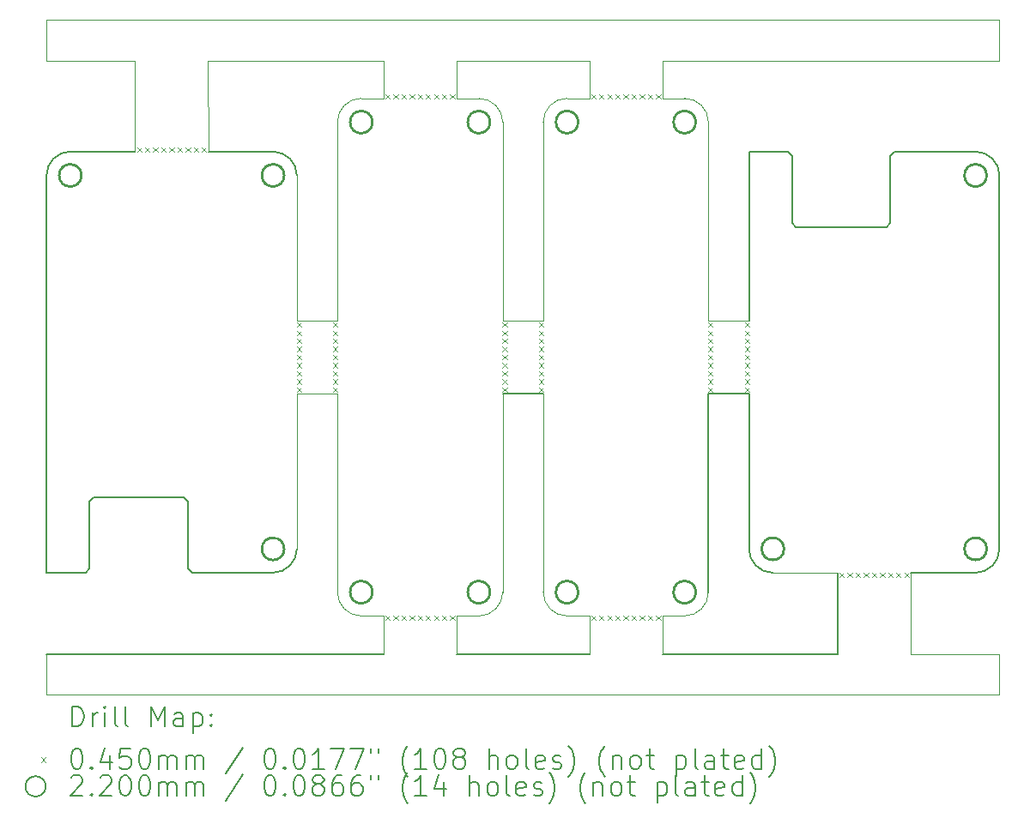
<source format=gbr>
%TF.GenerationSoftware,KiCad,Pcbnew,7.0.5*%
%TF.CreationDate,2024-01-10T23:57:24+08:00*%
%TF.ProjectId,4th,3474682e-6b69-4636-9164-5f7063625858,rev?*%
%TF.SameCoordinates,Original*%
%TF.FileFunction,Drillmap*%
%TF.FilePolarity,Positive*%
%FSLAX45Y45*%
G04 Gerber Fmt 4.5, Leading zero omitted, Abs format (unit mm)*
G04 Created by KiCad (PCBNEW 7.0.5) date 2024-01-10 23:57:24*
%MOMM*%
%LPD*%
G01*
G04 APERTURE LIST*
%ADD10C,0.100000*%
%ADD11C,0.150000*%
%ADD12C,0.200000*%
%ADD13C,0.045000*%
%ADD14C,0.220000*%
G04 APERTURE END LIST*
D10*
X6945000Y-6338500D02*
X6945000Y-8299000D01*
X4040000Y-3049000D02*
X5770000Y-3049000D01*
D11*
X9375000Y-3949000D02*
X9375006Y-5618500D01*
X10250000Y-8107030D02*
X10250000Y-8908000D01*
D10*
X4040047Y-3949000D02*
X4040000Y-3049000D01*
D11*
X10809500Y-3949000D02*
X11610000Y-3949000D01*
X4680024Y-8107000D02*
X3879524Y-8107000D01*
D10*
X6945000Y-3658000D02*
X6945000Y-5618500D01*
X5770000Y-3423000D02*
X5770000Y-3049000D01*
D11*
X8975030Y-6338500D02*
X8975030Y-8298970D01*
X3799524Y-7362000D02*
X2909524Y-7362000D01*
X10809500Y-3949000D02*
X10769500Y-3989000D01*
X2680024Y-3949004D02*
G75*
G03*
X2445024Y-4184000I-4J-234996D01*
G01*
X6490000Y-8908000D02*
X7800000Y-8907970D01*
X2869524Y-8067000D02*
X2829524Y-8107000D01*
D10*
X5770000Y-8908000D02*
X5770000Y-8534000D01*
X4915024Y-5618500D02*
X5315000Y-5618500D01*
D11*
X2680024Y-3949000D02*
X3320000Y-3949000D01*
X2445024Y-8107000D02*
X2445024Y-4184000D01*
D10*
X6490000Y-3422970D02*
X6490000Y-3049000D01*
D11*
X3839524Y-8067000D02*
X3839524Y-7402000D01*
X9759500Y-3949000D02*
X9375000Y-3949000D01*
D10*
X5550000Y-8534000D02*
X5770000Y-8534000D01*
X8520000Y-3049000D02*
X11845000Y-3049000D01*
X8975030Y-3657970D02*
X8975030Y-5618500D01*
D11*
X7345030Y-6338500D02*
X6945000Y-6338500D01*
D10*
X6490000Y-8534000D02*
X6710000Y-8534000D01*
X6710000Y-8534000D02*
G75*
G03*
X6945000Y-8299000I0J235000D01*
G01*
X4915024Y-4184000D02*
X4915024Y-5618500D01*
D11*
X2445024Y-8908000D02*
X5770000Y-8908000D01*
D10*
X6945000Y-3658000D02*
G75*
G03*
X6710000Y-3423000I-235000J0D01*
G01*
X8520000Y-3422970D02*
X8740030Y-3422970D01*
X7345030Y-6338500D02*
X7345030Y-8298970D01*
X2445024Y-2649000D02*
X11845000Y-2649000D01*
X4915024Y-7872000D02*
X4915024Y-6338500D01*
D11*
X9799500Y-4654000D02*
X9799500Y-3989000D01*
D10*
X7345030Y-8298970D02*
G75*
G03*
X7580030Y-8533970I235000J0D01*
G01*
D11*
X11845000Y-4184000D02*
G75*
G03*
X11610000Y-3949000I-235000J0D01*
G01*
D10*
X7580030Y-3422970D02*
G75*
G03*
X7345030Y-3657970I0J-235000D01*
G01*
X8740030Y-8533970D02*
G75*
G03*
X8975030Y-8298970I0J235000D01*
G01*
X8520000Y-3422970D02*
X8520000Y-3049000D01*
X7800000Y-3422970D02*
X7800000Y-3049000D01*
X6490000Y-3422970D02*
X6710000Y-3423000D01*
D11*
X3839524Y-8067000D02*
X3879524Y-8107000D01*
D10*
X11845000Y-8908000D02*
X11845000Y-9308000D01*
X11845000Y-2649000D02*
X11845000Y-3049000D01*
D11*
X2869524Y-8067000D02*
X2869524Y-7402000D01*
D10*
X5315000Y-5618500D02*
X5315000Y-3658000D01*
D11*
X3839524Y-7402000D02*
X3799524Y-7362000D01*
D10*
X2445024Y-2649000D02*
X2445024Y-3049000D01*
D11*
X9375006Y-6338500D02*
X9375000Y-7872000D01*
X11845000Y-4184000D02*
X11845000Y-7872000D01*
D10*
X7800000Y-3049000D02*
X6490000Y-3049000D01*
D11*
X9839500Y-4694000D02*
X10729500Y-4694000D01*
X10729500Y-4694000D02*
X10769500Y-4654000D01*
D10*
X9610000Y-8107000D02*
X10250000Y-8107030D01*
D11*
X4680024Y-8107004D02*
G75*
G03*
X4915024Y-7872000I-4J235004D01*
G01*
D10*
X4915024Y-6338500D02*
X5315000Y-6338500D01*
X3320000Y-3949000D02*
X3320000Y-3049000D01*
X5550000Y-3423000D02*
X5770000Y-3423000D01*
D11*
X9375000Y-7872000D02*
G75*
G03*
X9610000Y-8107000I235000J0D01*
G01*
D10*
X8520000Y-8908000D02*
X8520000Y-8534000D01*
D11*
X10769500Y-4654000D02*
X10769500Y-3989000D01*
D10*
X2445024Y-9308000D02*
X11845000Y-9308000D01*
D11*
X11610000Y-8107000D02*
G75*
G03*
X11845000Y-7872000I0J235000D01*
G01*
X9759500Y-3949000D02*
X9799500Y-3989000D01*
X2445024Y-8107000D02*
X2829524Y-8107000D01*
D10*
X8975030Y-3657970D02*
G75*
G03*
X8740030Y-3422970I-235000J0D01*
G01*
X5315000Y-8299000D02*
G75*
G03*
X5550000Y-8534000I235000J0D01*
G01*
X2445024Y-3049000D02*
X3320000Y-3049000D01*
D11*
X9375006Y-6338500D02*
X8975030Y-6338500D01*
X2869524Y-7402000D02*
X2909524Y-7362000D01*
D10*
X5550000Y-3423000D02*
G75*
G03*
X5315000Y-3658000I0J-235000D01*
G01*
X7345030Y-5618500D02*
X7345030Y-3657970D01*
X2445024Y-8908000D02*
X2445024Y-9308000D01*
X5315000Y-8299000D02*
X5315000Y-6338500D01*
X6945000Y-5618500D02*
X7345030Y-5618500D01*
D11*
X10250000Y-8908000D02*
X8520000Y-8908000D01*
D10*
X7800000Y-8907970D02*
X7800000Y-8533970D01*
X6490000Y-8908000D02*
X6490000Y-8534000D01*
X7800000Y-3422970D02*
X7580030Y-3422970D01*
D11*
X4040047Y-3949000D02*
X4680024Y-3949000D01*
D10*
X8975030Y-5618500D02*
X9375006Y-5618500D01*
X7800000Y-8533970D02*
X7580030Y-8533970D01*
X10970000Y-8908000D02*
X11845000Y-8908000D01*
D11*
X4915020Y-4184000D02*
G75*
G03*
X4680024Y-3949000I-235000J0D01*
G01*
D10*
X8520000Y-8534000D02*
X8740030Y-8533970D01*
X10970000Y-8908000D02*
X10970000Y-8107030D01*
D11*
X11610000Y-8107000D02*
X10970000Y-8107030D01*
X9839500Y-4694000D02*
X9799500Y-4654000D01*
D12*
D13*
X3337500Y-3906500D02*
X3382500Y-3951500D01*
X3382500Y-3906500D02*
X3337500Y-3951500D01*
X3417500Y-3906500D02*
X3462500Y-3951500D01*
X3462500Y-3906500D02*
X3417500Y-3951500D01*
X3497500Y-3906500D02*
X3542500Y-3951500D01*
X3542500Y-3906500D02*
X3497500Y-3951500D01*
X3577500Y-3906500D02*
X3622500Y-3951500D01*
X3622500Y-3906500D02*
X3577500Y-3951500D01*
X3657500Y-3906500D02*
X3702500Y-3951500D01*
X3702500Y-3906500D02*
X3657500Y-3951500D01*
X3737500Y-3906500D02*
X3782500Y-3951500D01*
X3782500Y-3906500D02*
X3737500Y-3951500D01*
X3817500Y-3906500D02*
X3862500Y-3951500D01*
X3862500Y-3906500D02*
X3817500Y-3951500D01*
X3897500Y-3906500D02*
X3942500Y-3951500D01*
X3942500Y-3906500D02*
X3897500Y-3951500D01*
X3977500Y-3906500D02*
X4022500Y-3951500D01*
X4022500Y-3906500D02*
X3977500Y-3951500D01*
X4912500Y-5636000D02*
X4957500Y-5681000D01*
X4957500Y-5636000D02*
X4912500Y-5681000D01*
X4912500Y-5716000D02*
X4957500Y-5761000D01*
X4957500Y-5716000D02*
X4912500Y-5761000D01*
X4912500Y-5796000D02*
X4957500Y-5841000D01*
X4957500Y-5796000D02*
X4912500Y-5841000D01*
X4912500Y-5876000D02*
X4957500Y-5921000D01*
X4957500Y-5876000D02*
X4912500Y-5921000D01*
X4912500Y-5956000D02*
X4957500Y-6001000D01*
X4957500Y-5956000D02*
X4912500Y-6001000D01*
X4912500Y-6036000D02*
X4957500Y-6081000D01*
X4957500Y-6036000D02*
X4912500Y-6081000D01*
X4912500Y-6116000D02*
X4957500Y-6161000D01*
X4957500Y-6116000D02*
X4912500Y-6161000D01*
X4912500Y-6196000D02*
X4957500Y-6241000D01*
X4957500Y-6196000D02*
X4912500Y-6241000D01*
X4912500Y-6276000D02*
X4957500Y-6321000D01*
X4957500Y-6276000D02*
X4912500Y-6321000D01*
X5272500Y-5636000D02*
X5317500Y-5681000D01*
X5317500Y-5636000D02*
X5272500Y-5681000D01*
X5272500Y-5716000D02*
X5317500Y-5761000D01*
X5317500Y-5716000D02*
X5272500Y-5761000D01*
X5272500Y-5796000D02*
X5317500Y-5841000D01*
X5317500Y-5796000D02*
X5272500Y-5841000D01*
X5272500Y-5876000D02*
X5317500Y-5921000D01*
X5317500Y-5876000D02*
X5272500Y-5921000D01*
X5272500Y-5956000D02*
X5317500Y-6001000D01*
X5317500Y-5956000D02*
X5272500Y-6001000D01*
X5272500Y-6036000D02*
X5317500Y-6081000D01*
X5317500Y-6036000D02*
X5272500Y-6081000D01*
X5272500Y-6116000D02*
X5317500Y-6161000D01*
X5317500Y-6116000D02*
X5272500Y-6161000D01*
X5272500Y-6196000D02*
X5317500Y-6241000D01*
X5317500Y-6196000D02*
X5272500Y-6241000D01*
X5272500Y-6276000D02*
X5317500Y-6321000D01*
X5317500Y-6276000D02*
X5272500Y-6321000D01*
X5787500Y-3380500D02*
X5832500Y-3425500D01*
X5832500Y-3380500D02*
X5787500Y-3425500D01*
X5787500Y-8531500D02*
X5832500Y-8576500D01*
X5832500Y-8531500D02*
X5787500Y-8576500D01*
X5867500Y-3380500D02*
X5912500Y-3425500D01*
X5912500Y-3380500D02*
X5867500Y-3425500D01*
X5867500Y-8531500D02*
X5912500Y-8576500D01*
X5912500Y-8531500D02*
X5867500Y-8576500D01*
X5947500Y-3380500D02*
X5992500Y-3425500D01*
X5992500Y-3380500D02*
X5947500Y-3425500D01*
X5947500Y-8531500D02*
X5992500Y-8576500D01*
X5992500Y-8531500D02*
X5947500Y-8576500D01*
X6027500Y-3380500D02*
X6072500Y-3425500D01*
X6072500Y-3380500D02*
X6027500Y-3425500D01*
X6027500Y-8531500D02*
X6072500Y-8576500D01*
X6072500Y-8531500D02*
X6027500Y-8576500D01*
X6107500Y-3380500D02*
X6152500Y-3425500D01*
X6152500Y-3380500D02*
X6107500Y-3425500D01*
X6107500Y-8531500D02*
X6152500Y-8576500D01*
X6152500Y-8531500D02*
X6107500Y-8576500D01*
X6187500Y-3380500D02*
X6232500Y-3425500D01*
X6232500Y-3380500D02*
X6187500Y-3425500D01*
X6187500Y-8531500D02*
X6232500Y-8576500D01*
X6232500Y-8531500D02*
X6187500Y-8576500D01*
X6267500Y-3380500D02*
X6312500Y-3425500D01*
X6312500Y-3380500D02*
X6267500Y-3425500D01*
X6267500Y-8531500D02*
X6312500Y-8576500D01*
X6312500Y-8531500D02*
X6267500Y-8576500D01*
X6347500Y-3380500D02*
X6392500Y-3425500D01*
X6392500Y-3380500D02*
X6347500Y-3425500D01*
X6347500Y-8531500D02*
X6392500Y-8576500D01*
X6392500Y-8531500D02*
X6347500Y-8576500D01*
X6427500Y-3380500D02*
X6472500Y-3425500D01*
X6472500Y-3380500D02*
X6427500Y-3425500D01*
X6427500Y-8531500D02*
X6472500Y-8576500D01*
X6472500Y-8531500D02*
X6427500Y-8576500D01*
X6942500Y-5636000D02*
X6987500Y-5681000D01*
X6987500Y-5636000D02*
X6942500Y-5681000D01*
X6942500Y-5716000D02*
X6987500Y-5761000D01*
X6987500Y-5716000D02*
X6942500Y-5761000D01*
X6942500Y-5796000D02*
X6987500Y-5841000D01*
X6987500Y-5796000D02*
X6942500Y-5841000D01*
X6942500Y-5876000D02*
X6987500Y-5921000D01*
X6987500Y-5876000D02*
X6942500Y-5921000D01*
X6942500Y-5956000D02*
X6987500Y-6001000D01*
X6987500Y-5956000D02*
X6942500Y-6001000D01*
X6942500Y-6036000D02*
X6987500Y-6081000D01*
X6987500Y-6036000D02*
X6942500Y-6081000D01*
X6942500Y-6116000D02*
X6987500Y-6161000D01*
X6987500Y-6116000D02*
X6942500Y-6161000D01*
X6942500Y-6196000D02*
X6987500Y-6241000D01*
X6987500Y-6196000D02*
X6942500Y-6241000D01*
X6942500Y-6276000D02*
X6987500Y-6321000D01*
X6987500Y-6276000D02*
X6942500Y-6321000D01*
X7302500Y-5636000D02*
X7347500Y-5681000D01*
X7347500Y-5636000D02*
X7302500Y-5681000D01*
X7302500Y-5716000D02*
X7347500Y-5761000D01*
X7347500Y-5716000D02*
X7302500Y-5761000D01*
X7302500Y-5796000D02*
X7347500Y-5841000D01*
X7347500Y-5796000D02*
X7302500Y-5841000D01*
X7302500Y-5876000D02*
X7347500Y-5921000D01*
X7347500Y-5876000D02*
X7302500Y-5921000D01*
X7302500Y-5956000D02*
X7347500Y-6001000D01*
X7347500Y-5956000D02*
X7302500Y-6001000D01*
X7302500Y-6036000D02*
X7347500Y-6081000D01*
X7347500Y-6036000D02*
X7302500Y-6081000D01*
X7302500Y-6116000D02*
X7347500Y-6161000D01*
X7347500Y-6116000D02*
X7302500Y-6161000D01*
X7302500Y-6196000D02*
X7347500Y-6241000D01*
X7347500Y-6196000D02*
X7302500Y-6241000D01*
X7302500Y-6276000D02*
X7347500Y-6321000D01*
X7347500Y-6276000D02*
X7302500Y-6321000D01*
X7817500Y-3380500D02*
X7862500Y-3425500D01*
X7862500Y-3380500D02*
X7817500Y-3425500D01*
X7817500Y-8531500D02*
X7862500Y-8576500D01*
X7862500Y-8531500D02*
X7817500Y-8576500D01*
X7897500Y-3380500D02*
X7942500Y-3425500D01*
X7942500Y-3380500D02*
X7897500Y-3425500D01*
X7897500Y-8531500D02*
X7942500Y-8576500D01*
X7942500Y-8531500D02*
X7897500Y-8576500D01*
X7977500Y-3380500D02*
X8022500Y-3425500D01*
X8022500Y-3380500D02*
X7977500Y-3425500D01*
X7977500Y-8531500D02*
X8022500Y-8576500D01*
X8022500Y-8531500D02*
X7977500Y-8576500D01*
X8057500Y-3380500D02*
X8102500Y-3425500D01*
X8102500Y-3380500D02*
X8057500Y-3425500D01*
X8057500Y-8531500D02*
X8102500Y-8576500D01*
X8102500Y-8531500D02*
X8057500Y-8576500D01*
X8137500Y-3380500D02*
X8182500Y-3425500D01*
X8182500Y-3380500D02*
X8137500Y-3425500D01*
X8137500Y-8531500D02*
X8182500Y-8576500D01*
X8182500Y-8531500D02*
X8137500Y-8576500D01*
X8217500Y-3380500D02*
X8262500Y-3425500D01*
X8262500Y-3380500D02*
X8217500Y-3425500D01*
X8217500Y-8531500D02*
X8262500Y-8576500D01*
X8262500Y-8531500D02*
X8217500Y-8576500D01*
X8297500Y-3380500D02*
X8342500Y-3425500D01*
X8342500Y-3380500D02*
X8297500Y-3425500D01*
X8297500Y-8531500D02*
X8342500Y-8576500D01*
X8342500Y-8531500D02*
X8297500Y-8576500D01*
X8377500Y-3380500D02*
X8422500Y-3425500D01*
X8422500Y-3380500D02*
X8377500Y-3425500D01*
X8377500Y-8531500D02*
X8422500Y-8576500D01*
X8422500Y-8531500D02*
X8377500Y-8576500D01*
X8457500Y-3380500D02*
X8502500Y-3425500D01*
X8502500Y-3380500D02*
X8457500Y-3425500D01*
X8457500Y-8531500D02*
X8502500Y-8576500D01*
X8502500Y-8531500D02*
X8457500Y-8576500D01*
X8972500Y-5636000D02*
X9017500Y-5681000D01*
X9017500Y-5636000D02*
X8972500Y-5681000D01*
X8972500Y-5716000D02*
X9017500Y-5761000D01*
X9017500Y-5716000D02*
X8972500Y-5761000D01*
X8972500Y-5796000D02*
X9017500Y-5841000D01*
X9017500Y-5796000D02*
X8972500Y-5841000D01*
X8972500Y-5876000D02*
X9017500Y-5921000D01*
X9017500Y-5876000D02*
X8972500Y-5921000D01*
X8972500Y-5956000D02*
X9017500Y-6001000D01*
X9017500Y-5956000D02*
X8972500Y-6001000D01*
X8972500Y-6036000D02*
X9017500Y-6081000D01*
X9017500Y-6036000D02*
X8972500Y-6081000D01*
X8972500Y-6116000D02*
X9017500Y-6161000D01*
X9017500Y-6116000D02*
X8972500Y-6161000D01*
X8972500Y-6196000D02*
X9017500Y-6241000D01*
X9017500Y-6196000D02*
X8972500Y-6241000D01*
X8972500Y-6276000D02*
X9017500Y-6321000D01*
X9017500Y-6276000D02*
X8972500Y-6321000D01*
X9332500Y-5636000D02*
X9377500Y-5681000D01*
X9377500Y-5636000D02*
X9332500Y-5681000D01*
X9332500Y-5716000D02*
X9377500Y-5761000D01*
X9377500Y-5716000D02*
X9332500Y-5761000D01*
X9332500Y-5796000D02*
X9377500Y-5841000D01*
X9377500Y-5796000D02*
X9332500Y-5841000D01*
X9332500Y-5876000D02*
X9377500Y-5921000D01*
X9377500Y-5876000D02*
X9332500Y-5921000D01*
X9332500Y-5956000D02*
X9377500Y-6001000D01*
X9377500Y-5956000D02*
X9332500Y-6001000D01*
X9332500Y-6036000D02*
X9377500Y-6081000D01*
X9377500Y-6036000D02*
X9332500Y-6081000D01*
X9332500Y-6116000D02*
X9377500Y-6161000D01*
X9377500Y-6116000D02*
X9332500Y-6161000D01*
X9332500Y-6196000D02*
X9377500Y-6241000D01*
X9377500Y-6196000D02*
X9332500Y-6241000D01*
X9332500Y-6276000D02*
X9377500Y-6321000D01*
X9377500Y-6276000D02*
X9332500Y-6321000D01*
X10267500Y-8104500D02*
X10312500Y-8149500D01*
X10312500Y-8104500D02*
X10267500Y-8149500D01*
X10347500Y-8104500D02*
X10392500Y-8149500D01*
X10392500Y-8104500D02*
X10347500Y-8149500D01*
X10427500Y-8104500D02*
X10472500Y-8149500D01*
X10472500Y-8104500D02*
X10427500Y-8149500D01*
X10507500Y-8104500D02*
X10552500Y-8149500D01*
X10552500Y-8104500D02*
X10507500Y-8149500D01*
X10587500Y-8104500D02*
X10632500Y-8149500D01*
X10632500Y-8104500D02*
X10587500Y-8149500D01*
X10667500Y-8104500D02*
X10712500Y-8149500D01*
X10712500Y-8104500D02*
X10667500Y-8149500D01*
X10747500Y-8104500D02*
X10792500Y-8149500D01*
X10792500Y-8104500D02*
X10747500Y-8149500D01*
X10827500Y-8104500D02*
X10872500Y-8149500D01*
X10872500Y-8104500D02*
X10827500Y-8149500D01*
X10907500Y-8104500D02*
X10952500Y-8149500D01*
X10952500Y-8104500D02*
X10907500Y-8149500D01*
D14*
X2790024Y-4184000D02*
G75*
G03*
X2790024Y-4184000I-110000J0D01*
G01*
X4790024Y-4184000D02*
G75*
G03*
X4790024Y-4184000I-110000J0D01*
G01*
X4790024Y-7872000D02*
G75*
G03*
X4790024Y-7872000I-110000J0D01*
G01*
X5660000Y-8299000D02*
G75*
G03*
X5660000Y-8299000I-110000J0D01*
G01*
X5660000Y-3658000D02*
G75*
G03*
X5660000Y-3658000I-110000J0D01*
G01*
X6820000Y-8299000D02*
G75*
G03*
X6820000Y-8299000I-110000J0D01*
G01*
X6820000Y-3658000D02*
G75*
G03*
X6820000Y-3658000I-110000J0D01*
G01*
X7690030Y-3657970D02*
G75*
G03*
X7690030Y-3657970I-110000J0D01*
G01*
X7690030Y-8298970D02*
G75*
G03*
X7690030Y-8298970I-110000J0D01*
G01*
X8850030Y-3657970D02*
G75*
G03*
X8850030Y-3657970I-110000J0D01*
G01*
X8850030Y-8298970D02*
G75*
G03*
X8850030Y-8298970I-110000J0D01*
G01*
X9720000Y-7872000D02*
G75*
G03*
X9720000Y-7872000I-110000J0D01*
G01*
X11720000Y-4184000D02*
G75*
G03*
X11720000Y-4184000I-110000J0D01*
G01*
X11720000Y-7872000D02*
G75*
G03*
X11720000Y-7872000I-110000J0D01*
G01*
D12*
X2698300Y-9624484D02*
X2698300Y-9424484D01*
X2698300Y-9424484D02*
X2745919Y-9424484D01*
X2745919Y-9424484D02*
X2774491Y-9434008D01*
X2774491Y-9434008D02*
X2793539Y-9453055D01*
X2793539Y-9453055D02*
X2803062Y-9472103D01*
X2803062Y-9472103D02*
X2812586Y-9510198D01*
X2812586Y-9510198D02*
X2812586Y-9538770D01*
X2812586Y-9538770D02*
X2803062Y-9576865D01*
X2803062Y-9576865D02*
X2793539Y-9595912D01*
X2793539Y-9595912D02*
X2774491Y-9614960D01*
X2774491Y-9614960D02*
X2745919Y-9624484D01*
X2745919Y-9624484D02*
X2698300Y-9624484D01*
X2898300Y-9624484D02*
X2898300Y-9491150D01*
X2898300Y-9529246D02*
X2907824Y-9510198D01*
X2907824Y-9510198D02*
X2917348Y-9500674D01*
X2917348Y-9500674D02*
X2936396Y-9491150D01*
X2936396Y-9491150D02*
X2955443Y-9491150D01*
X3022110Y-9624484D02*
X3022110Y-9491150D01*
X3022110Y-9424484D02*
X3012586Y-9434008D01*
X3012586Y-9434008D02*
X3022110Y-9443531D01*
X3022110Y-9443531D02*
X3031634Y-9434008D01*
X3031634Y-9434008D02*
X3022110Y-9424484D01*
X3022110Y-9424484D02*
X3022110Y-9443531D01*
X3145919Y-9624484D02*
X3126872Y-9614960D01*
X3126872Y-9614960D02*
X3117348Y-9595912D01*
X3117348Y-9595912D02*
X3117348Y-9424484D01*
X3250681Y-9624484D02*
X3231634Y-9614960D01*
X3231634Y-9614960D02*
X3222110Y-9595912D01*
X3222110Y-9595912D02*
X3222110Y-9424484D01*
X3479253Y-9624484D02*
X3479253Y-9424484D01*
X3479253Y-9424484D02*
X3545919Y-9567341D01*
X3545919Y-9567341D02*
X3612586Y-9424484D01*
X3612586Y-9424484D02*
X3612586Y-9624484D01*
X3793538Y-9624484D02*
X3793538Y-9519722D01*
X3793538Y-9519722D02*
X3784015Y-9500674D01*
X3784015Y-9500674D02*
X3764967Y-9491150D01*
X3764967Y-9491150D02*
X3726872Y-9491150D01*
X3726872Y-9491150D02*
X3707824Y-9500674D01*
X3793538Y-9614960D02*
X3774491Y-9624484D01*
X3774491Y-9624484D02*
X3726872Y-9624484D01*
X3726872Y-9624484D02*
X3707824Y-9614960D01*
X3707824Y-9614960D02*
X3698300Y-9595912D01*
X3698300Y-9595912D02*
X3698300Y-9576865D01*
X3698300Y-9576865D02*
X3707824Y-9557817D01*
X3707824Y-9557817D02*
X3726872Y-9548293D01*
X3726872Y-9548293D02*
X3774491Y-9548293D01*
X3774491Y-9548293D02*
X3793538Y-9538770D01*
X3888777Y-9491150D02*
X3888777Y-9691150D01*
X3888777Y-9500674D02*
X3907824Y-9491150D01*
X3907824Y-9491150D02*
X3945919Y-9491150D01*
X3945919Y-9491150D02*
X3964967Y-9500674D01*
X3964967Y-9500674D02*
X3974491Y-9510198D01*
X3974491Y-9510198D02*
X3984015Y-9529246D01*
X3984015Y-9529246D02*
X3984015Y-9586389D01*
X3984015Y-9586389D02*
X3974491Y-9605436D01*
X3974491Y-9605436D02*
X3964967Y-9614960D01*
X3964967Y-9614960D02*
X3945919Y-9624484D01*
X3945919Y-9624484D02*
X3907824Y-9624484D01*
X3907824Y-9624484D02*
X3888777Y-9614960D01*
X4069729Y-9605436D02*
X4079253Y-9614960D01*
X4079253Y-9614960D02*
X4069729Y-9624484D01*
X4069729Y-9624484D02*
X4060205Y-9614960D01*
X4060205Y-9614960D02*
X4069729Y-9605436D01*
X4069729Y-9605436D02*
X4069729Y-9624484D01*
X4069729Y-9500674D02*
X4079253Y-9510198D01*
X4079253Y-9510198D02*
X4069729Y-9519722D01*
X4069729Y-9519722D02*
X4060205Y-9510198D01*
X4060205Y-9510198D02*
X4069729Y-9500674D01*
X4069729Y-9500674D02*
X4069729Y-9519722D01*
D13*
X2392524Y-9930500D02*
X2437524Y-9975500D01*
X2437524Y-9930500D02*
X2392524Y-9975500D01*
D12*
X2736396Y-9844484D02*
X2755443Y-9844484D01*
X2755443Y-9844484D02*
X2774491Y-9854008D01*
X2774491Y-9854008D02*
X2784015Y-9863531D01*
X2784015Y-9863531D02*
X2793539Y-9882579D01*
X2793539Y-9882579D02*
X2803062Y-9920674D01*
X2803062Y-9920674D02*
X2803062Y-9968293D01*
X2803062Y-9968293D02*
X2793539Y-10006389D01*
X2793539Y-10006389D02*
X2784015Y-10025436D01*
X2784015Y-10025436D02*
X2774491Y-10034960D01*
X2774491Y-10034960D02*
X2755443Y-10044484D01*
X2755443Y-10044484D02*
X2736396Y-10044484D01*
X2736396Y-10044484D02*
X2717348Y-10034960D01*
X2717348Y-10034960D02*
X2707824Y-10025436D01*
X2707824Y-10025436D02*
X2698300Y-10006389D01*
X2698300Y-10006389D02*
X2688777Y-9968293D01*
X2688777Y-9968293D02*
X2688777Y-9920674D01*
X2688777Y-9920674D02*
X2698300Y-9882579D01*
X2698300Y-9882579D02*
X2707824Y-9863531D01*
X2707824Y-9863531D02*
X2717348Y-9854008D01*
X2717348Y-9854008D02*
X2736396Y-9844484D01*
X2888777Y-10025436D02*
X2898300Y-10034960D01*
X2898300Y-10034960D02*
X2888777Y-10044484D01*
X2888777Y-10044484D02*
X2879253Y-10034960D01*
X2879253Y-10034960D02*
X2888777Y-10025436D01*
X2888777Y-10025436D02*
X2888777Y-10044484D01*
X3069729Y-9911150D02*
X3069729Y-10044484D01*
X3022110Y-9834960D02*
X2974491Y-9977817D01*
X2974491Y-9977817D02*
X3098300Y-9977817D01*
X3269729Y-9844484D02*
X3174491Y-9844484D01*
X3174491Y-9844484D02*
X3164967Y-9939722D01*
X3164967Y-9939722D02*
X3174491Y-9930198D01*
X3174491Y-9930198D02*
X3193538Y-9920674D01*
X3193538Y-9920674D02*
X3241158Y-9920674D01*
X3241158Y-9920674D02*
X3260205Y-9930198D01*
X3260205Y-9930198D02*
X3269729Y-9939722D01*
X3269729Y-9939722D02*
X3279253Y-9958770D01*
X3279253Y-9958770D02*
X3279253Y-10006389D01*
X3279253Y-10006389D02*
X3269729Y-10025436D01*
X3269729Y-10025436D02*
X3260205Y-10034960D01*
X3260205Y-10034960D02*
X3241158Y-10044484D01*
X3241158Y-10044484D02*
X3193538Y-10044484D01*
X3193538Y-10044484D02*
X3174491Y-10034960D01*
X3174491Y-10034960D02*
X3164967Y-10025436D01*
X3403062Y-9844484D02*
X3422110Y-9844484D01*
X3422110Y-9844484D02*
X3441158Y-9854008D01*
X3441158Y-9854008D02*
X3450681Y-9863531D01*
X3450681Y-9863531D02*
X3460205Y-9882579D01*
X3460205Y-9882579D02*
X3469729Y-9920674D01*
X3469729Y-9920674D02*
X3469729Y-9968293D01*
X3469729Y-9968293D02*
X3460205Y-10006389D01*
X3460205Y-10006389D02*
X3450681Y-10025436D01*
X3450681Y-10025436D02*
X3441158Y-10034960D01*
X3441158Y-10034960D02*
X3422110Y-10044484D01*
X3422110Y-10044484D02*
X3403062Y-10044484D01*
X3403062Y-10044484D02*
X3384015Y-10034960D01*
X3384015Y-10034960D02*
X3374491Y-10025436D01*
X3374491Y-10025436D02*
X3364967Y-10006389D01*
X3364967Y-10006389D02*
X3355443Y-9968293D01*
X3355443Y-9968293D02*
X3355443Y-9920674D01*
X3355443Y-9920674D02*
X3364967Y-9882579D01*
X3364967Y-9882579D02*
X3374491Y-9863531D01*
X3374491Y-9863531D02*
X3384015Y-9854008D01*
X3384015Y-9854008D02*
X3403062Y-9844484D01*
X3555443Y-10044484D02*
X3555443Y-9911150D01*
X3555443Y-9930198D02*
X3564967Y-9920674D01*
X3564967Y-9920674D02*
X3584015Y-9911150D01*
X3584015Y-9911150D02*
X3612586Y-9911150D01*
X3612586Y-9911150D02*
X3631634Y-9920674D01*
X3631634Y-9920674D02*
X3641158Y-9939722D01*
X3641158Y-9939722D02*
X3641158Y-10044484D01*
X3641158Y-9939722D02*
X3650681Y-9920674D01*
X3650681Y-9920674D02*
X3669729Y-9911150D01*
X3669729Y-9911150D02*
X3698300Y-9911150D01*
X3698300Y-9911150D02*
X3717348Y-9920674D01*
X3717348Y-9920674D02*
X3726872Y-9939722D01*
X3726872Y-9939722D02*
X3726872Y-10044484D01*
X3822110Y-10044484D02*
X3822110Y-9911150D01*
X3822110Y-9930198D02*
X3831634Y-9920674D01*
X3831634Y-9920674D02*
X3850681Y-9911150D01*
X3850681Y-9911150D02*
X3879253Y-9911150D01*
X3879253Y-9911150D02*
X3898300Y-9920674D01*
X3898300Y-9920674D02*
X3907824Y-9939722D01*
X3907824Y-9939722D02*
X3907824Y-10044484D01*
X3907824Y-9939722D02*
X3917348Y-9920674D01*
X3917348Y-9920674D02*
X3936396Y-9911150D01*
X3936396Y-9911150D02*
X3964967Y-9911150D01*
X3964967Y-9911150D02*
X3984015Y-9920674D01*
X3984015Y-9920674D02*
X3993539Y-9939722D01*
X3993539Y-9939722D02*
X3993539Y-10044484D01*
X4384015Y-9834960D02*
X4212586Y-10092103D01*
X4641158Y-9844484D02*
X4660205Y-9844484D01*
X4660205Y-9844484D02*
X4679253Y-9854008D01*
X4679253Y-9854008D02*
X4688777Y-9863531D01*
X4688777Y-9863531D02*
X4698301Y-9882579D01*
X4698301Y-9882579D02*
X4707824Y-9920674D01*
X4707824Y-9920674D02*
X4707824Y-9968293D01*
X4707824Y-9968293D02*
X4698301Y-10006389D01*
X4698301Y-10006389D02*
X4688777Y-10025436D01*
X4688777Y-10025436D02*
X4679253Y-10034960D01*
X4679253Y-10034960D02*
X4660205Y-10044484D01*
X4660205Y-10044484D02*
X4641158Y-10044484D01*
X4641158Y-10044484D02*
X4622110Y-10034960D01*
X4622110Y-10034960D02*
X4612586Y-10025436D01*
X4612586Y-10025436D02*
X4603063Y-10006389D01*
X4603063Y-10006389D02*
X4593539Y-9968293D01*
X4593539Y-9968293D02*
X4593539Y-9920674D01*
X4593539Y-9920674D02*
X4603063Y-9882579D01*
X4603063Y-9882579D02*
X4612586Y-9863531D01*
X4612586Y-9863531D02*
X4622110Y-9854008D01*
X4622110Y-9854008D02*
X4641158Y-9844484D01*
X4793539Y-10025436D02*
X4803063Y-10034960D01*
X4803063Y-10034960D02*
X4793539Y-10044484D01*
X4793539Y-10044484D02*
X4784015Y-10034960D01*
X4784015Y-10034960D02*
X4793539Y-10025436D01*
X4793539Y-10025436D02*
X4793539Y-10044484D01*
X4926872Y-9844484D02*
X4945920Y-9844484D01*
X4945920Y-9844484D02*
X4964967Y-9854008D01*
X4964967Y-9854008D02*
X4974491Y-9863531D01*
X4974491Y-9863531D02*
X4984015Y-9882579D01*
X4984015Y-9882579D02*
X4993539Y-9920674D01*
X4993539Y-9920674D02*
X4993539Y-9968293D01*
X4993539Y-9968293D02*
X4984015Y-10006389D01*
X4984015Y-10006389D02*
X4974491Y-10025436D01*
X4974491Y-10025436D02*
X4964967Y-10034960D01*
X4964967Y-10034960D02*
X4945920Y-10044484D01*
X4945920Y-10044484D02*
X4926872Y-10044484D01*
X4926872Y-10044484D02*
X4907824Y-10034960D01*
X4907824Y-10034960D02*
X4898301Y-10025436D01*
X4898301Y-10025436D02*
X4888777Y-10006389D01*
X4888777Y-10006389D02*
X4879253Y-9968293D01*
X4879253Y-9968293D02*
X4879253Y-9920674D01*
X4879253Y-9920674D02*
X4888777Y-9882579D01*
X4888777Y-9882579D02*
X4898301Y-9863531D01*
X4898301Y-9863531D02*
X4907824Y-9854008D01*
X4907824Y-9854008D02*
X4926872Y-9844484D01*
X5184015Y-10044484D02*
X5069729Y-10044484D01*
X5126872Y-10044484D02*
X5126872Y-9844484D01*
X5126872Y-9844484D02*
X5107824Y-9873055D01*
X5107824Y-9873055D02*
X5088777Y-9892103D01*
X5088777Y-9892103D02*
X5069729Y-9901627D01*
X5250682Y-9844484D02*
X5384015Y-9844484D01*
X5384015Y-9844484D02*
X5298301Y-10044484D01*
X5441158Y-9844484D02*
X5574491Y-9844484D01*
X5574491Y-9844484D02*
X5488777Y-10044484D01*
X5641158Y-9844484D02*
X5641158Y-9882579D01*
X5717348Y-9844484D02*
X5717348Y-9882579D01*
X6012586Y-10120674D02*
X6003063Y-10111150D01*
X6003063Y-10111150D02*
X5984015Y-10082579D01*
X5984015Y-10082579D02*
X5974491Y-10063531D01*
X5974491Y-10063531D02*
X5964967Y-10034960D01*
X5964967Y-10034960D02*
X5955444Y-9987341D01*
X5955444Y-9987341D02*
X5955444Y-9949246D01*
X5955444Y-9949246D02*
X5964967Y-9901627D01*
X5964967Y-9901627D02*
X5974491Y-9873055D01*
X5974491Y-9873055D02*
X5984015Y-9854008D01*
X5984015Y-9854008D02*
X6003063Y-9825436D01*
X6003063Y-9825436D02*
X6012586Y-9815912D01*
X6193539Y-10044484D02*
X6079253Y-10044484D01*
X6136396Y-10044484D02*
X6136396Y-9844484D01*
X6136396Y-9844484D02*
X6117348Y-9873055D01*
X6117348Y-9873055D02*
X6098301Y-9892103D01*
X6098301Y-9892103D02*
X6079253Y-9901627D01*
X6317348Y-9844484D02*
X6336396Y-9844484D01*
X6336396Y-9844484D02*
X6355444Y-9854008D01*
X6355444Y-9854008D02*
X6364967Y-9863531D01*
X6364967Y-9863531D02*
X6374491Y-9882579D01*
X6374491Y-9882579D02*
X6384015Y-9920674D01*
X6384015Y-9920674D02*
X6384015Y-9968293D01*
X6384015Y-9968293D02*
X6374491Y-10006389D01*
X6374491Y-10006389D02*
X6364967Y-10025436D01*
X6364967Y-10025436D02*
X6355444Y-10034960D01*
X6355444Y-10034960D02*
X6336396Y-10044484D01*
X6336396Y-10044484D02*
X6317348Y-10044484D01*
X6317348Y-10044484D02*
X6298301Y-10034960D01*
X6298301Y-10034960D02*
X6288777Y-10025436D01*
X6288777Y-10025436D02*
X6279253Y-10006389D01*
X6279253Y-10006389D02*
X6269729Y-9968293D01*
X6269729Y-9968293D02*
X6269729Y-9920674D01*
X6269729Y-9920674D02*
X6279253Y-9882579D01*
X6279253Y-9882579D02*
X6288777Y-9863531D01*
X6288777Y-9863531D02*
X6298301Y-9854008D01*
X6298301Y-9854008D02*
X6317348Y-9844484D01*
X6498301Y-9930198D02*
X6479253Y-9920674D01*
X6479253Y-9920674D02*
X6469729Y-9911150D01*
X6469729Y-9911150D02*
X6460205Y-9892103D01*
X6460205Y-9892103D02*
X6460205Y-9882579D01*
X6460205Y-9882579D02*
X6469729Y-9863531D01*
X6469729Y-9863531D02*
X6479253Y-9854008D01*
X6479253Y-9854008D02*
X6498301Y-9844484D01*
X6498301Y-9844484D02*
X6536396Y-9844484D01*
X6536396Y-9844484D02*
X6555444Y-9854008D01*
X6555444Y-9854008D02*
X6564967Y-9863531D01*
X6564967Y-9863531D02*
X6574491Y-9882579D01*
X6574491Y-9882579D02*
X6574491Y-9892103D01*
X6574491Y-9892103D02*
X6564967Y-9911150D01*
X6564967Y-9911150D02*
X6555444Y-9920674D01*
X6555444Y-9920674D02*
X6536396Y-9930198D01*
X6536396Y-9930198D02*
X6498301Y-9930198D01*
X6498301Y-9930198D02*
X6479253Y-9939722D01*
X6479253Y-9939722D02*
X6469729Y-9949246D01*
X6469729Y-9949246D02*
X6460205Y-9968293D01*
X6460205Y-9968293D02*
X6460205Y-10006389D01*
X6460205Y-10006389D02*
X6469729Y-10025436D01*
X6469729Y-10025436D02*
X6479253Y-10034960D01*
X6479253Y-10034960D02*
X6498301Y-10044484D01*
X6498301Y-10044484D02*
X6536396Y-10044484D01*
X6536396Y-10044484D02*
X6555444Y-10034960D01*
X6555444Y-10034960D02*
X6564967Y-10025436D01*
X6564967Y-10025436D02*
X6574491Y-10006389D01*
X6574491Y-10006389D02*
X6574491Y-9968293D01*
X6574491Y-9968293D02*
X6564967Y-9949246D01*
X6564967Y-9949246D02*
X6555444Y-9939722D01*
X6555444Y-9939722D02*
X6536396Y-9930198D01*
X6812586Y-10044484D02*
X6812586Y-9844484D01*
X6898301Y-10044484D02*
X6898301Y-9939722D01*
X6898301Y-9939722D02*
X6888777Y-9920674D01*
X6888777Y-9920674D02*
X6869729Y-9911150D01*
X6869729Y-9911150D02*
X6841158Y-9911150D01*
X6841158Y-9911150D02*
X6822110Y-9920674D01*
X6822110Y-9920674D02*
X6812586Y-9930198D01*
X7022110Y-10044484D02*
X7003063Y-10034960D01*
X7003063Y-10034960D02*
X6993539Y-10025436D01*
X6993539Y-10025436D02*
X6984015Y-10006389D01*
X6984015Y-10006389D02*
X6984015Y-9949246D01*
X6984015Y-9949246D02*
X6993539Y-9930198D01*
X6993539Y-9930198D02*
X7003063Y-9920674D01*
X7003063Y-9920674D02*
X7022110Y-9911150D01*
X7022110Y-9911150D02*
X7050682Y-9911150D01*
X7050682Y-9911150D02*
X7069729Y-9920674D01*
X7069729Y-9920674D02*
X7079253Y-9930198D01*
X7079253Y-9930198D02*
X7088777Y-9949246D01*
X7088777Y-9949246D02*
X7088777Y-10006389D01*
X7088777Y-10006389D02*
X7079253Y-10025436D01*
X7079253Y-10025436D02*
X7069729Y-10034960D01*
X7069729Y-10034960D02*
X7050682Y-10044484D01*
X7050682Y-10044484D02*
X7022110Y-10044484D01*
X7203063Y-10044484D02*
X7184015Y-10034960D01*
X7184015Y-10034960D02*
X7174491Y-10015912D01*
X7174491Y-10015912D02*
X7174491Y-9844484D01*
X7355444Y-10034960D02*
X7336396Y-10044484D01*
X7336396Y-10044484D02*
X7298301Y-10044484D01*
X7298301Y-10044484D02*
X7279253Y-10034960D01*
X7279253Y-10034960D02*
X7269729Y-10015912D01*
X7269729Y-10015912D02*
X7269729Y-9939722D01*
X7269729Y-9939722D02*
X7279253Y-9920674D01*
X7279253Y-9920674D02*
X7298301Y-9911150D01*
X7298301Y-9911150D02*
X7336396Y-9911150D01*
X7336396Y-9911150D02*
X7355444Y-9920674D01*
X7355444Y-9920674D02*
X7364967Y-9939722D01*
X7364967Y-9939722D02*
X7364967Y-9958770D01*
X7364967Y-9958770D02*
X7269729Y-9977817D01*
X7441158Y-10034960D02*
X7460206Y-10044484D01*
X7460206Y-10044484D02*
X7498301Y-10044484D01*
X7498301Y-10044484D02*
X7517348Y-10034960D01*
X7517348Y-10034960D02*
X7526872Y-10015912D01*
X7526872Y-10015912D02*
X7526872Y-10006389D01*
X7526872Y-10006389D02*
X7517348Y-9987341D01*
X7517348Y-9987341D02*
X7498301Y-9977817D01*
X7498301Y-9977817D02*
X7469729Y-9977817D01*
X7469729Y-9977817D02*
X7450682Y-9968293D01*
X7450682Y-9968293D02*
X7441158Y-9949246D01*
X7441158Y-9949246D02*
X7441158Y-9939722D01*
X7441158Y-9939722D02*
X7450682Y-9920674D01*
X7450682Y-9920674D02*
X7469729Y-9911150D01*
X7469729Y-9911150D02*
X7498301Y-9911150D01*
X7498301Y-9911150D02*
X7517348Y-9920674D01*
X7593539Y-10120674D02*
X7603063Y-10111150D01*
X7603063Y-10111150D02*
X7622110Y-10082579D01*
X7622110Y-10082579D02*
X7631634Y-10063531D01*
X7631634Y-10063531D02*
X7641158Y-10034960D01*
X7641158Y-10034960D02*
X7650682Y-9987341D01*
X7650682Y-9987341D02*
X7650682Y-9949246D01*
X7650682Y-9949246D02*
X7641158Y-9901627D01*
X7641158Y-9901627D02*
X7631634Y-9873055D01*
X7631634Y-9873055D02*
X7622110Y-9854008D01*
X7622110Y-9854008D02*
X7603063Y-9825436D01*
X7603063Y-9825436D02*
X7593539Y-9815912D01*
X7955444Y-10120674D02*
X7945920Y-10111150D01*
X7945920Y-10111150D02*
X7926872Y-10082579D01*
X7926872Y-10082579D02*
X7917348Y-10063531D01*
X7917348Y-10063531D02*
X7907825Y-10034960D01*
X7907825Y-10034960D02*
X7898301Y-9987341D01*
X7898301Y-9987341D02*
X7898301Y-9949246D01*
X7898301Y-9949246D02*
X7907825Y-9901627D01*
X7907825Y-9901627D02*
X7917348Y-9873055D01*
X7917348Y-9873055D02*
X7926872Y-9854008D01*
X7926872Y-9854008D02*
X7945920Y-9825436D01*
X7945920Y-9825436D02*
X7955444Y-9815912D01*
X8031634Y-9911150D02*
X8031634Y-10044484D01*
X8031634Y-9930198D02*
X8041158Y-9920674D01*
X8041158Y-9920674D02*
X8060206Y-9911150D01*
X8060206Y-9911150D02*
X8088777Y-9911150D01*
X8088777Y-9911150D02*
X8107825Y-9920674D01*
X8107825Y-9920674D02*
X8117348Y-9939722D01*
X8117348Y-9939722D02*
X8117348Y-10044484D01*
X8241158Y-10044484D02*
X8222110Y-10034960D01*
X8222110Y-10034960D02*
X8212587Y-10025436D01*
X8212587Y-10025436D02*
X8203063Y-10006389D01*
X8203063Y-10006389D02*
X8203063Y-9949246D01*
X8203063Y-9949246D02*
X8212587Y-9930198D01*
X8212587Y-9930198D02*
X8222110Y-9920674D01*
X8222110Y-9920674D02*
X8241158Y-9911150D01*
X8241158Y-9911150D02*
X8269729Y-9911150D01*
X8269729Y-9911150D02*
X8288777Y-9920674D01*
X8288777Y-9920674D02*
X8298301Y-9930198D01*
X8298301Y-9930198D02*
X8307825Y-9949246D01*
X8307825Y-9949246D02*
X8307825Y-10006389D01*
X8307825Y-10006389D02*
X8298301Y-10025436D01*
X8298301Y-10025436D02*
X8288777Y-10034960D01*
X8288777Y-10034960D02*
X8269729Y-10044484D01*
X8269729Y-10044484D02*
X8241158Y-10044484D01*
X8364968Y-9911150D02*
X8441158Y-9911150D01*
X8393539Y-9844484D02*
X8393539Y-10015912D01*
X8393539Y-10015912D02*
X8403063Y-10034960D01*
X8403063Y-10034960D02*
X8422110Y-10044484D01*
X8422110Y-10044484D02*
X8441158Y-10044484D01*
X8660206Y-9911150D02*
X8660206Y-10111150D01*
X8660206Y-9920674D02*
X8679253Y-9911150D01*
X8679253Y-9911150D02*
X8717349Y-9911150D01*
X8717349Y-9911150D02*
X8736396Y-9920674D01*
X8736396Y-9920674D02*
X8745920Y-9930198D01*
X8745920Y-9930198D02*
X8755444Y-9949246D01*
X8755444Y-9949246D02*
X8755444Y-10006389D01*
X8755444Y-10006389D02*
X8745920Y-10025436D01*
X8745920Y-10025436D02*
X8736396Y-10034960D01*
X8736396Y-10034960D02*
X8717349Y-10044484D01*
X8717349Y-10044484D02*
X8679253Y-10044484D01*
X8679253Y-10044484D02*
X8660206Y-10034960D01*
X8869730Y-10044484D02*
X8850682Y-10034960D01*
X8850682Y-10034960D02*
X8841158Y-10015912D01*
X8841158Y-10015912D02*
X8841158Y-9844484D01*
X9031634Y-10044484D02*
X9031634Y-9939722D01*
X9031634Y-9939722D02*
X9022111Y-9920674D01*
X9022111Y-9920674D02*
X9003063Y-9911150D01*
X9003063Y-9911150D02*
X8964968Y-9911150D01*
X8964968Y-9911150D02*
X8945920Y-9920674D01*
X9031634Y-10034960D02*
X9012587Y-10044484D01*
X9012587Y-10044484D02*
X8964968Y-10044484D01*
X8964968Y-10044484D02*
X8945920Y-10034960D01*
X8945920Y-10034960D02*
X8936396Y-10015912D01*
X8936396Y-10015912D02*
X8936396Y-9996865D01*
X8936396Y-9996865D02*
X8945920Y-9977817D01*
X8945920Y-9977817D02*
X8964968Y-9968293D01*
X8964968Y-9968293D02*
X9012587Y-9968293D01*
X9012587Y-9968293D02*
X9031634Y-9958770D01*
X9098301Y-9911150D02*
X9174491Y-9911150D01*
X9126872Y-9844484D02*
X9126872Y-10015912D01*
X9126872Y-10015912D02*
X9136396Y-10034960D01*
X9136396Y-10034960D02*
X9155444Y-10044484D01*
X9155444Y-10044484D02*
X9174491Y-10044484D01*
X9317349Y-10034960D02*
X9298301Y-10044484D01*
X9298301Y-10044484D02*
X9260206Y-10044484D01*
X9260206Y-10044484D02*
X9241158Y-10034960D01*
X9241158Y-10034960D02*
X9231634Y-10015912D01*
X9231634Y-10015912D02*
X9231634Y-9939722D01*
X9231634Y-9939722D02*
X9241158Y-9920674D01*
X9241158Y-9920674D02*
X9260206Y-9911150D01*
X9260206Y-9911150D02*
X9298301Y-9911150D01*
X9298301Y-9911150D02*
X9317349Y-9920674D01*
X9317349Y-9920674D02*
X9326872Y-9939722D01*
X9326872Y-9939722D02*
X9326872Y-9958770D01*
X9326872Y-9958770D02*
X9231634Y-9977817D01*
X9498301Y-10044484D02*
X9498301Y-9844484D01*
X9498301Y-10034960D02*
X9479253Y-10044484D01*
X9479253Y-10044484D02*
X9441158Y-10044484D01*
X9441158Y-10044484D02*
X9422111Y-10034960D01*
X9422111Y-10034960D02*
X9412587Y-10025436D01*
X9412587Y-10025436D02*
X9403063Y-10006389D01*
X9403063Y-10006389D02*
X9403063Y-9949246D01*
X9403063Y-9949246D02*
X9412587Y-9930198D01*
X9412587Y-9930198D02*
X9422111Y-9920674D01*
X9422111Y-9920674D02*
X9441158Y-9911150D01*
X9441158Y-9911150D02*
X9479253Y-9911150D01*
X9479253Y-9911150D02*
X9498301Y-9920674D01*
X9574492Y-10120674D02*
X9584015Y-10111150D01*
X9584015Y-10111150D02*
X9603063Y-10082579D01*
X9603063Y-10082579D02*
X9612587Y-10063531D01*
X9612587Y-10063531D02*
X9622111Y-10034960D01*
X9622111Y-10034960D02*
X9631634Y-9987341D01*
X9631634Y-9987341D02*
X9631634Y-9949246D01*
X9631634Y-9949246D02*
X9622111Y-9901627D01*
X9622111Y-9901627D02*
X9612587Y-9873055D01*
X9612587Y-9873055D02*
X9603063Y-9854008D01*
X9603063Y-9854008D02*
X9584015Y-9825436D01*
X9584015Y-9825436D02*
X9574492Y-9815912D01*
X2437524Y-10217000D02*
G75*
G03*
X2437524Y-10217000I-100000J0D01*
G01*
X2688777Y-10127531D02*
X2698300Y-10118008D01*
X2698300Y-10118008D02*
X2717348Y-10108484D01*
X2717348Y-10108484D02*
X2764967Y-10108484D01*
X2764967Y-10108484D02*
X2784015Y-10118008D01*
X2784015Y-10118008D02*
X2793539Y-10127531D01*
X2793539Y-10127531D02*
X2803062Y-10146579D01*
X2803062Y-10146579D02*
X2803062Y-10165627D01*
X2803062Y-10165627D02*
X2793539Y-10194198D01*
X2793539Y-10194198D02*
X2679253Y-10308484D01*
X2679253Y-10308484D02*
X2803062Y-10308484D01*
X2888777Y-10289436D02*
X2898300Y-10298960D01*
X2898300Y-10298960D02*
X2888777Y-10308484D01*
X2888777Y-10308484D02*
X2879253Y-10298960D01*
X2879253Y-10298960D02*
X2888777Y-10289436D01*
X2888777Y-10289436D02*
X2888777Y-10308484D01*
X2974491Y-10127531D02*
X2984015Y-10118008D01*
X2984015Y-10118008D02*
X3003062Y-10108484D01*
X3003062Y-10108484D02*
X3050681Y-10108484D01*
X3050681Y-10108484D02*
X3069729Y-10118008D01*
X3069729Y-10118008D02*
X3079253Y-10127531D01*
X3079253Y-10127531D02*
X3088777Y-10146579D01*
X3088777Y-10146579D02*
X3088777Y-10165627D01*
X3088777Y-10165627D02*
X3079253Y-10194198D01*
X3079253Y-10194198D02*
X2964967Y-10308484D01*
X2964967Y-10308484D02*
X3088777Y-10308484D01*
X3212586Y-10108484D02*
X3231634Y-10108484D01*
X3231634Y-10108484D02*
X3250681Y-10118008D01*
X3250681Y-10118008D02*
X3260205Y-10127531D01*
X3260205Y-10127531D02*
X3269729Y-10146579D01*
X3269729Y-10146579D02*
X3279253Y-10184674D01*
X3279253Y-10184674D02*
X3279253Y-10232293D01*
X3279253Y-10232293D02*
X3269729Y-10270389D01*
X3269729Y-10270389D02*
X3260205Y-10289436D01*
X3260205Y-10289436D02*
X3250681Y-10298960D01*
X3250681Y-10298960D02*
X3231634Y-10308484D01*
X3231634Y-10308484D02*
X3212586Y-10308484D01*
X3212586Y-10308484D02*
X3193538Y-10298960D01*
X3193538Y-10298960D02*
X3184015Y-10289436D01*
X3184015Y-10289436D02*
X3174491Y-10270389D01*
X3174491Y-10270389D02*
X3164967Y-10232293D01*
X3164967Y-10232293D02*
X3164967Y-10184674D01*
X3164967Y-10184674D02*
X3174491Y-10146579D01*
X3174491Y-10146579D02*
X3184015Y-10127531D01*
X3184015Y-10127531D02*
X3193538Y-10118008D01*
X3193538Y-10118008D02*
X3212586Y-10108484D01*
X3403062Y-10108484D02*
X3422110Y-10108484D01*
X3422110Y-10108484D02*
X3441158Y-10118008D01*
X3441158Y-10118008D02*
X3450681Y-10127531D01*
X3450681Y-10127531D02*
X3460205Y-10146579D01*
X3460205Y-10146579D02*
X3469729Y-10184674D01*
X3469729Y-10184674D02*
X3469729Y-10232293D01*
X3469729Y-10232293D02*
X3460205Y-10270389D01*
X3460205Y-10270389D02*
X3450681Y-10289436D01*
X3450681Y-10289436D02*
X3441158Y-10298960D01*
X3441158Y-10298960D02*
X3422110Y-10308484D01*
X3422110Y-10308484D02*
X3403062Y-10308484D01*
X3403062Y-10308484D02*
X3384015Y-10298960D01*
X3384015Y-10298960D02*
X3374491Y-10289436D01*
X3374491Y-10289436D02*
X3364967Y-10270389D01*
X3364967Y-10270389D02*
X3355443Y-10232293D01*
X3355443Y-10232293D02*
X3355443Y-10184674D01*
X3355443Y-10184674D02*
X3364967Y-10146579D01*
X3364967Y-10146579D02*
X3374491Y-10127531D01*
X3374491Y-10127531D02*
X3384015Y-10118008D01*
X3384015Y-10118008D02*
X3403062Y-10108484D01*
X3555443Y-10308484D02*
X3555443Y-10175150D01*
X3555443Y-10194198D02*
X3564967Y-10184674D01*
X3564967Y-10184674D02*
X3584015Y-10175150D01*
X3584015Y-10175150D02*
X3612586Y-10175150D01*
X3612586Y-10175150D02*
X3631634Y-10184674D01*
X3631634Y-10184674D02*
X3641158Y-10203722D01*
X3641158Y-10203722D02*
X3641158Y-10308484D01*
X3641158Y-10203722D02*
X3650681Y-10184674D01*
X3650681Y-10184674D02*
X3669729Y-10175150D01*
X3669729Y-10175150D02*
X3698300Y-10175150D01*
X3698300Y-10175150D02*
X3717348Y-10184674D01*
X3717348Y-10184674D02*
X3726872Y-10203722D01*
X3726872Y-10203722D02*
X3726872Y-10308484D01*
X3822110Y-10308484D02*
X3822110Y-10175150D01*
X3822110Y-10194198D02*
X3831634Y-10184674D01*
X3831634Y-10184674D02*
X3850681Y-10175150D01*
X3850681Y-10175150D02*
X3879253Y-10175150D01*
X3879253Y-10175150D02*
X3898300Y-10184674D01*
X3898300Y-10184674D02*
X3907824Y-10203722D01*
X3907824Y-10203722D02*
X3907824Y-10308484D01*
X3907824Y-10203722D02*
X3917348Y-10184674D01*
X3917348Y-10184674D02*
X3936396Y-10175150D01*
X3936396Y-10175150D02*
X3964967Y-10175150D01*
X3964967Y-10175150D02*
X3984015Y-10184674D01*
X3984015Y-10184674D02*
X3993539Y-10203722D01*
X3993539Y-10203722D02*
X3993539Y-10308484D01*
X4384015Y-10098960D02*
X4212586Y-10356103D01*
X4641158Y-10108484D02*
X4660205Y-10108484D01*
X4660205Y-10108484D02*
X4679253Y-10118008D01*
X4679253Y-10118008D02*
X4688777Y-10127531D01*
X4688777Y-10127531D02*
X4698301Y-10146579D01*
X4698301Y-10146579D02*
X4707824Y-10184674D01*
X4707824Y-10184674D02*
X4707824Y-10232293D01*
X4707824Y-10232293D02*
X4698301Y-10270389D01*
X4698301Y-10270389D02*
X4688777Y-10289436D01*
X4688777Y-10289436D02*
X4679253Y-10298960D01*
X4679253Y-10298960D02*
X4660205Y-10308484D01*
X4660205Y-10308484D02*
X4641158Y-10308484D01*
X4641158Y-10308484D02*
X4622110Y-10298960D01*
X4622110Y-10298960D02*
X4612586Y-10289436D01*
X4612586Y-10289436D02*
X4603063Y-10270389D01*
X4603063Y-10270389D02*
X4593539Y-10232293D01*
X4593539Y-10232293D02*
X4593539Y-10184674D01*
X4593539Y-10184674D02*
X4603063Y-10146579D01*
X4603063Y-10146579D02*
X4612586Y-10127531D01*
X4612586Y-10127531D02*
X4622110Y-10118008D01*
X4622110Y-10118008D02*
X4641158Y-10108484D01*
X4793539Y-10289436D02*
X4803063Y-10298960D01*
X4803063Y-10298960D02*
X4793539Y-10308484D01*
X4793539Y-10308484D02*
X4784015Y-10298960D01*
X4784015Y-10298960D02*
X4793539Y-10289436D01*
X4793539Y-10289436D02*
X4793539Y-10308484D01*
X4926872Y-10108484D02*
X4945920Y-10108484D01*
X4945920Y-10108484D02*
X4964967Y-10118008D01*
X4964967Y-10118008D02*
X4974491Y-10127531D01*
X4974491Y-10127531D02*
X4984015Y-10146579D01*
X4984015Y-10146579D02*
X4993539Y-10184674D01*
X4993539Y-10184674D02*
X4993539Y-10232293D01*
X4993539Y-10232293D02*
X4984015Y-10270389D01*
X4984015Y-10270389D02*
X4974491Y-10289436D01*
X4974491Y-10289436D02*
X4964967Y-10298960D01*
X4964967Y-10298960D02*
X4945920Y-10308484D01*
X4945920Y-10308484D02*
X4926872Y-10308484D01*
X4926872Y-10308484D02*
X4907824Y-10298960D01*
X4907824Y-10298960D02*
X4898301Y-10289436D01*
X4898301Y-10289436D02*
X4888777Y-10270389D01*
X4888777Y-10270389D02*
X4879253Y-10232293D01*
X4879253Y-10232293D02*
X4879253Y-10184674D01*
X4879253Y-10184674D02*
X4888777Y-10146579D01*
X4888777Y-10146579D02*
X4898301Y-10127531D01*
X4898301Y-10127531D02*
X4907824Y-10118008D01*
X4907824Y-10118008D02*
X4926872Y-10108484D01*
X5107824Y-10194198D02*
X5088777Y-10184674D01*
X5088777Y-10184674D02*
X5079253Y-10175150D01*
X5079253Y-10175150D02*
X5069729Y-10156103D01*
X5069729Y-10156103D02*
X5069729Y-10146579D01*
X5069729Y-10146579D02*
X5079253Y-10127531D01*
X5079253Y-10127531D02*
X5088777Y-10118008D01*
X5088777Y-10118008D02*
X5107824Y-10108484D01*
X5107824Y-10108484D02*
X5145920Y-10108484D01*
X5145920Y-10108484D02*
X5164967Y-10118008D01*
X5164967Y-10118008D02*
X5174491Y-10127531D01*
X5174491Y-10127531D02*
X5184015Y-10146579D01*
X5184015Y-10146579D02*
X5184015Y-10156103D01*
X5184015Y-10156103D02*
X5174491Y-10175150D01*
X5174491Y-10175150D02*
X5164967Y-10184674D01*
X5164967Y-10184674D02*
X5145920Y-10194198D01*
X5145920Y-10194198D02*
X5107824Y-10194198D01*
X5107824Y-10194198D02*
X5088777Y-10203722D01*
X5088777Y-10203722D02*
X5079253Y-10213246D01*
X5079253Y-10213246D02*
X5069729Y-10232293D01*
X5069729Y-10232293D02*
X5069729Y-10270389D01*
X5069729Y-10270389D02*
X5079253Y-10289436D01*
X5079253Y-10289436D02*
X5088777Y-10298960D01*
X5088777Y-10298960D02*
X5107824Y-10308484D01*
X5107824Y-10308484D02*
X5145920Y-10308484D01*
X5145920Y-10308484D02*
X5164967Y-10298960D01*
X5164967Y-10298960D02*
X5174491Y-10289436D01*
X5174491Y-10289436D02*
X5184015Y-10270389D01*
X5184015Y-10270389D02*
X5184015Y-10232293D01*
X5184015Y-10232293D02*
X5174491Y-10213246D01*
X5174491Y-10213246D02*
X5164967Y-10203722D01*
X5164967Y-10203722D02*
X5145920Y-10194198D01*
X5355444Y-10108484D02*
X5317348Y-10108484D01*
X5317348Y-10108484D02*
X5298301Y-10118008D01*
X5298301Y-10118008D02*
X5288777Y-10127531D01*
X5288777Y-10127531D02*
X5269729Y-10156103D01*
X5269729Y-10156103D02*
X5260205Y-10194198D01*
X5260205Y-10194198D02*
X5260205Y-10270389D01*
X5260205Y-10270389D02*
X5269729Y-10289436D01*
X5269729Y-10289436D02*
X5279253Y-10298960D01*
X5279253Y-10298960D02*
X5298301Y-10308484D01*
X5298301Y-10308484D02*
X5336396Y-10308484D01*
X5336396Y-10308484D02*
X5355444Y-10298960D01*
X5355444Y-10298960D02*
X5364967Y-10289436D01*
X5364967Y-10289436D02*
X5374491Y-10270389D01*
X5374491Y-10270389D02*
X5374491Y-10222770D01*
X5374491Y-10222770D02*
X5364967Y-10203722D01*
X5364967Y-10203722D02*
X5355444Y-10194198D01*
X5355444Y-10194198D02*
X5336396Y-10184674D01*
X5336396Y-10184674D02*
X5298301Y-10184674D01*
X5298301Y-10184674D02*
X5279253Y-10194198D01*
X5279253Y-10194198D02*
X5269729Y-10203722D01*
X5269729Y-10203722D02*
X5260205Y-10222770D01*
X5545920Y-10108484D02*
X5507824Y-10108484D01*
X5507824Y-10108484D02*
X5488777Y-10118008D01*
X5488777Y-10118008D02*
X5479253Y-10127531D01*
X5479253Y-10127531D02*
X5460205Y-10156103D01*
X5460205Y-10156103D02*
X5450682Y-10194198D01*
X5450682Y-10194198D02*
X5450682Y-10270389D01*
X5450682Y-10270389D02*
X5460205Y-10289436D01*
X5460205Y-10289436D02*
X5469729Y-10298960D01*
X5469729Y-10298960D02*
X5488777Y-10308484D01*
X5488777Y-10308484D02*
X5526872Y-10308484D01*
X5526872Y-10308484D02*
X5545920Y-10298960D01*
X5545920Y-10298960D02*
X5555444Y-10289436D01*
X5555444Y-10289436D02*
X5564967Y-10270389D01*
X5564967Y-10270389D02*
X5564967Y-10222770D01*
X5564967Y-10222770D02*
X5555444Y-10203722D01*
X5555444Y-10203722D02*
X5545920Y-10194198D01*
X5545920Y-10194198D02*
X5526872Y-10184674D01*
X5526872Y-10184674D02*
X5488777Y-10184674D01*
X5488777Y-10184674D02*
X5469729Y-10194198D01*
X5469729Y-10194198D02*
X5460205Y-10203722D01*
X5460205Y-10203722D02*
X5450682Y-10222770D01*
X5641158Y-10108484D02*
X5641158Y-10146579D01*
X5717348Y-10108484D02*
X5717348Y-10146579D01*
X6012586Y-10384674D02*
X6003063Y-10375150D01*
X6003063Y-10375150D02*
X5984015Y-10346579D01*
X5984015Y-10346579D02*
X5974491Y-10327531D01*
X5974491Y-10327531D02*
X5964967Y-10298960D01*
X5964967Y-10298960D02*
X5955444Y-10251341D01*
X5955444Y-10251341D02*
X5955444Y-10213246D01*
X5955444Y-10213246D02*
X5964967Y-10165627D01*
X5964967Y-10165627D02*
X5974491Y-10137055D01*
X5974491Y-10137055D02*
X5984015Y-10118008D01*
X5984015Y-10118008D02*
X6003063Y-10089436D01*
X6003063Y-10089436D02*
X6012586Y-10079912D01*
X6193539Y-10308484D02*
X6079253Y-10308484D01*
X6136396Y-10308484D02*
X6136396Y-10108484D01*
X6136396Y-10108484D02*
X6117348Y-10137055D01*
X6117348Y-10137055D02*
X6098301Y-10156103D01*
X6098301Y-10156103D02*
X6079253Y-10165627D01*
X6364967Y-10175150D02*
X6364967Y-10308484D01*
X6317348Y-10098960D02*
X6269729Y-10241817D01*
X6269729Y-10241817D02*
X6393539Y-10241817D01*
X6622110Y-10308484D02*
X6622110Y-10108484D01*
X6707825Y-10308484D02*
X6707825Y-10203722D01*
X6707825Y-10203722D02*
X6698301Y-10184674D01*
X6698301Y-10184674D02*
X6679253Y-10175150D01*
X6679253Y-10175150D02*
X6650682Y-10175150D01*
X6650682Y-10175150D02*
X6631634Y-10184674D01*
X6631634Y-10184674D02*
X6622110Y-10194198D01*
X6831634Y-10308484D02*
X6812586Y-10298960D01*
X6812586Y-10298960D02*
X6803063Y-10289436D01*
X6803063Y-10289436D02*
X6793539Y-10270389D01*
X6793539Y-10270389D02*
X6793539Y-10213246D01*
X6793539Y-10213246D02*
X6803063Y-10194198D01*
X6803063Y-10194198D02*
X6812586Y-10184674D01*
X6812586Y-10184674D02*
X6831634Y-10175150D01*
X6831634Y-10175150D02*
X6860206Y-10175150D01*
X6860206Y-10175150D02*
X6879253Y-10184674D01*
X6879253Y-10184674D02*
X6888777Y-10194198D01*
X6888777Y-10194198D02*
X6898301Y-10213246D01*
X6898301Y-10213246D02*
X6898301Y-10270389D01*
X6898301Y-10270389D02*
X6888777Y-10289436D01*
X6888777Y-10289436D02*
X6879253Y-10298960D01*
X6879253Y-10298960D02*
X6860206Y-10308484D01*
X6860206Y-10308484D02*
X6831634Y-10308484D01*
X7012586Y-10308484D02*
X6993539Y-10298960D01*
X6993539Y-10298960D02*
X6984015Y-10279912D01*
X6984015Y-10279912D02*
X6984015Y-10108484D01*
X7164967Y-10298960D02*
X7145920Y-10308484D01*
X7145920Y-10308484D02*
X7107825Y-10308484D01*
X7107825Y-10308484D02*
X7088777Y-10298960D01*
X7088777Y-10298960D02*
X7079253Y-10279912D01*
X7079253Y-10279912D02*
X7079253Y-10203722D01*
X7079253Y-10203722D02*
X7088777Y-10184674D01*
X7088777Y-10184674D02*
X7107825Y-10175150D01*
X7107825Y-10175150D02*
X7145920Y-10175150D01*
X7145920Y-10175150D02*
X7164967Y-10184674D01*
X7164967Y-10184674D02*
X7174491Y-10203722D01*
X7174491Y-10203722D02*
X7174491Y-10222770D01*
X7174491Y-10222770D02*
X7079253Y-10241817D01*
X7250682Y-10298960D02*
X7269729Y-10308484D01*
X7269729Y-10308484D02*
X7307825Y-10308484D01*
X7307825Y-10308484D02*
X7326872Y-10298960D01*
X7326872Y-10298960D02*
X7336396Y-10279912D01*
X7336396Y-10279912D02*
X7336396Y-10270389D01*
X7336396Y-10270389D02*
X7326872Y-10251341D01*
X7326872Y-10251341D02*
X7307825Y-10241817D01*
X7307825Y-10241817D02*
X7279253Y-10241817D01*
X7279253Y-10241817D02*
X7260206Y-10232293D01*
X7260206Y-10232293D02*
X7250682Y-10213246D01*
X7250682Y-10213246D02*
X7250682Y-10203722D01*
X7250682Y-10203722D02*
X7260206Y-10184674D01*
X7260206Y-10184674D02*
X7279253Y-10175150D01*
X7279253Y-10175150D02*
X7307825Y-10175150D01*
X7307825Y-10175150D02*
X7326872Y-10184674D01*
X7403063Y-10384674D02*
X7412587Y-10375150D01*
X7412587Y-10375150D02*
X7431634Y-10346579D01*
X7431634Y-10346579D02*
X7441158Y-10327531D01*
X7441158Y-10327531D02*
X7450682Y-10298960D01*
X7450682Y-10298960D02*
X7460206Y-10251341D01*
X7460206Y-10251341D02*
X7460206Y-10213246D01*
X7460206Y-10213246D02*
X7450682Y-10165627D01*
X7450682Y-10165627D02*
X7441158Y-10137055D01*
X7441158Y-10137055D02*
X7431634Y-10118008D01*
X7431634Y-10118008D02*
X7412587Y-10089436D01*
X7412587Y-10089436D02*
X7403063Y-10079912D01*
X7764968Y-10384674D02*
X7755444Y-10375150D01*
X7755444Y-10375150D02*
X7736396Y-10346579D01*
X7736396Y-10346579D02*
X7726872Y-10327531D01*
X7726872Y-10327531D02*
X7717348Y-10298960D01*
X7717348Y-10298960D02*
X7707825Y-10251341D01*
X7707825Y-10251341D02*
X7707825Y-10213246D01*
X7707825Y-10213246D02*
X7717348Y-10165627D01*
X7717348Y-10165627D02*
X7726872Y-10137055D01*
X7726872Y-10137055D02*
X7736396Y-10118008D01*
X7736396Y-10118008D02*
X7755444Y-10089436D01*
X7755444Y-10089436D02*
X7764968Y-10079912D01*
X7841158Y-10175150D02*
X7841158Y-10308484D01*
X7841158Y-10194198D02*
X7850682Y-10184674D01*
X7850682Y-10184674D02*
X7869729Y-10175150D01*
X7869729Y-10175150D02*
X7898301Y-10175150D01*
X7898301Y-10175150D02*
X7917348Y-10184674D01*
X7917348Y-10184674D02*
X7926872Y-10203722D01*
X7926872Y-10203722D02*
X7926872Y-10308484D01*
X8050682Y-10308484D02*
X8031634Y-10298960D01*
X8031634Y-10298960D02*
X8022110Y-10289436D01*
X8022110Y-10289436D02*
X8012587Y-10270389D01*
X8012587Y-10270389D02*
X8012587Y-10213246D01*
X8012587Y-10213246D02*
X8022110Y-10194198D01*
X8022110Y-10194198D02*
X8031634Y-10184674D01*
X8031634Y-10184674D02*
X8050682Y-10175150D01*
X8050682Y-10175150D02*
X8079253Y-10175150D01*
X8079253Y-10175150D02*
X8098301Y-10184674D01*
X8098301Y-10184674D02*
X8107825Y-10194198D01*
X8107825Y-10194198D02*
X8117348Y-10213246D01*
X8117348Y-10213246D02*
X8117348Y-10270389D01*
X8117348Y-10270389D02*
X8107825Y-10289436D01*
X8107825Y-10289436D02*
X8098301Y-10298960D01*
X8098301Y-10298960D02*
X8079253Y-10308484D01*
X8079253Y-10308484D02*
X8050682Y-10308484D01*
X8174491Y-10175150D02*
X8250682Y-10175150D01*
X8203063Y-10108484D02*
X8203063Y-10279912D01*
X8203063Y-10279912D02*
X8212587Y-10298960D01*
X8212587Y-10298960D02*
X8231634Y-10308484D01*
X8231634Y-10308484D02*
X8250682Y-10308484D01*
X8469730Y-10175150D02*
X8469730Y-10375150D01*
X8469730Y-10184674D02*
X8488777Y-10175150D01*
X8488777Y-10175150D02*
X8526872Y-10175150D01*
X8526872Y-10175150D02*
X8545920Y-10184674D01*
X8545920Y-10184674D02*
X8555444Y-10194198D01*
X8555444Y-10194198D02*
X8564968Y-10213246D01*
X8564968Y-10213246D02*
X8564968Y-10270389D01*
X8564968Y-10270389D02*
X8555444Y-10289436D01*
X8555444Y-10289436D02*
X8545920Y-10298960D01*
X8545920Y-10298960D02*
X8526872Y-10308484D01*
X8526872Y-10308484D02*
X8488777Y-10308484D01*
X8488777Y-10308484D02*
X8469730Y-10298960D01*
X8679253Y-10308484D02*
X8660206Y-10298960D01*
X8660206Y-10298960D02*
X8650682Y-10279912D01*
X8650682Y-10279912D02*
X8650682Y-10108484D01*
X8841158Y-10308484D02*
X8841158Y-10203722D01*
X8841158Y-10203722D02*
X8831634Y-10184674D01*
X8831634Y-10184674D02*
X8812587Y-10175150D01*
X8812587Y-10175150D02*
X8774491Y-10175150D01*
X8774491Y-10175150D02*
X8755444Y-10184674D01*
X8841158Y-10298960D02*
X8822111Y-10308484D01*
X8822111Y-10308484D02*
X8774491Y-10308484D01*
X8774491Y-10308484D02*
X8755444Y-10298960D01*
X8755444Y-10298960D02*
X8745920Y-10279912D01*
X8745920Y-10279912D02*
X8745920Y-10260865D01*
X8745920Y-10260865D02*
X8755444Y-10241817D01*
X8755444Y-10241817D02*
X8774491Y-10232293D01*
X8774491Y-10232293D02*
X8822111Y-10232293D01*
X8822111Y-10232293D02*
X8841158Y-10222770D01*
X8907825Y-10175150D02*
X8984015Y-10175150D01*
X8936396Y-10108484D02*
X8936396Y-10279912D01*
X8936396Y-10279912D02*
X8945920Y-10298960D01*
X8945920Y-10298960D02*
X8964968Y-10308484D01*
X8964968Y-10308484D02*
X8984015Y-10308484D01*
X9126872Y-10298960D02*
X9107825Y-10308484D01*
X9107825Y-10308484D02*
X9069730Y-10308484D01*
X9069730Y-10308484D02*
X9050682Y-10298960D01*
X9050682Y-10298960D02*
X9041158Y-10279912D01*
X9041158Y-10279912D02*
X9041158Y-10203722D01*
X9041158Y-10203722D02*
X9050682Y-10184674D01*
X9050682Y-10184674D02*
X9069730Y-10175150D01*
X9069730Y-10175150D02*
X9107825Y-10175150D01*
X9107825Y-10175150D02*
X9126872Y-10184674D01*
X9126872Y-10184674D02*
X9136396Y-10203722D01*
X9136396Y-10203722D02*
X9136396Y-10222770D01*
X9136396Y-10222770D02*
X9041158Y-10241817D01*
X9307825Y-10308484D02*
X9307825Y-10108484D01*
X9307825Y-10298960D02*
X9288777Y-10308484D01*
X9288777Y-10308484D02*
X9250682Y-10308484D01*
X9250682Y-10308484D02*
X9231634Y-10298960D01*
X9231634Y-10298960D02*
X9222111Y-10289436D01*
X9222111Y-10289436D02*
X9212587Y-10270389D01*
X9212587Y-10270389D02*
X9212587Y-10213246D01*
X9212587Y-10213246D02*
X9222111Y-10194198D01*
X9222111Y-10194198D02*
X9231634Y-10184674D01*
X9231634Y-10184674D02*
X9250682Y-10175150D01*
X9250682Y-10175150D02*
X9288777Y-10175150D01*
X9288777Y-10175150D02*
X9307825Y-10184674D01*
X9384015Y-10384674D02*
X9393539Y-10375150D01*
X9393539Y-10375150D02*
X9412587Y-10346579D01*
X9412587Y-10346579D02*
X9422111Y-10327531D01*
X9422111Y-10327531D02*
X9431634Y-10298960D01*
X9431634Y-10298960D02*
X9441158Y-10251341D01*
X9441158Y-10251341D02*
X9441158Y-10213246D01*
X9441158Y-10213246D02*
X9431634Y-10165627D01*
X9431634Y-10165627D02*
X9422111Y-10137055D01*
X9422111Y-10137055D02*
X9412587Y-10118008D01*
X9412587Y-10118008D02*
X9393539Y-10089436D01*
X9393539Y-10089436D02*
X9384015Y-10079912D01*
M02*

</source>
